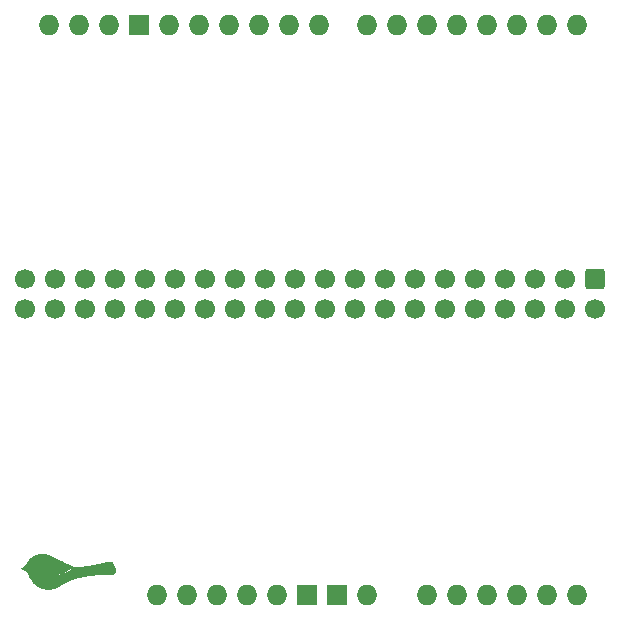
<source format=gbr>
%TF.GenerationSoftware,KiCad,Pcbnew,9.0.7*%
%TF.CreationDate,2026-01-06T14:06:23-08:00*%
%TF.ProjectId,uno2pi,756e6f32-7069-42e6-9b69-6361645f7063,rev?*%
%TF.SameCoordinates,Original*%
%TF.FileFunction,Soldermask,Top*%
%TF.FilePolarity,Negative*%
%FSLAX46Y46*%
G04 Gerber Fmt 4.6, Leading zero omitted, Abs format (unit mm)*
G04 Created by KiCad (PCBNEW 9.0.7) date 2026-01-06 14:06:23*
%MOMM*%
%LPD*%
G01*
G04 APERTURE LIST*
G04 Aperture macros list*
%AMRoundRect*
0 Rectangle with rounded corners*
0 $1 Rounding radius*
0 $2 $3 $4 $5 $6 $7 $8 $9 X,Y pos of 4 corners*
0 Add a 4 corners polygon primitive as box body*
4,1,4,$2,$3,$4,$5,$6,$7,$8,$9,$2,$3,0*
0 Add four circle primitives for the rounded corners*
1,1,$1+$1,$2,$3*
1,1,$1+$1,$4,$5*
1,1,$1+$1,$6,$7*
1,1,$1+$1,$8,$9*
0 Add four rect primitives between the rounded corners*
20,1,$1+$1,$2,$3,$4,$5,0*
20,1,$1+$1,$4,$5,$6,$7,0*
20,1,$1+$1,$6,$7,$8,$9,0*
20,1,$1+$1,$8,$9,$2,$3,0*%
G04 Aperture macros list end*
%ADD10C,0.010000*%
%ADD11O,1.727200X1.727200*%
%ADD12R,1.727200X1.727200*%
%ADD13RoundRect,0.250000X-0.600000X0.600000X-0.600000X-0.600000X0.600000X-0.600000X0.600000X0.600000X0*%
%ADD14C,1.700000*%
G04 APERTURE END LIST*
D10*
%TO.C,G\u002A\u002A\u002A*%
X138252231Y-145512903D02*
X138290066Y-145514678D01*
X138325963Y-145517750D01*
X138361612Y-145522251D01*
X138398699Y-145528312D01*
X138423737Y-145533026D01*
X138460705Y-145540673D01*
X138495970Y-145548856D01*
X138530578Y-145557908D01*
X138565576Y-145568164D01*
X138602009Y-145579956D01*
X138640922Y-145593618D01*
X138683361Y-145609484D01*
X138730373Y-145627888D01*
X138765937Y-145642206D01*
X138813158Y-145661605D01*
X138861098Y-145681743D01*
X138910159Y-145702811D01*
X138960747Y-145724999D01*
X139013266Y-145748495D01*
X139068121Y-145773489D01*
X139125714Y-145800172D01*
X139186451Y-145828732D01*
X139250736Y-145859359D01*
X139318973Y-145892242D01*
X139391565Y-145927572D01*
X139468919Y-145965537D01*
X139551436Y-146006328D01*
X139639523Y-146050133D01*
X139697285Y-146078977D01*
X139778999Y-146119764D01*
X139854932Y-146157498D01*
X139925558Y-146192396D01*
X139991349Y-146224675D01*
X140052777Y-146254552D01*
X140110315Y-146282244D01*
X140164435Y-146307967D01*
X140215609Y-146331938D01*
X140264311Y-146354375D01*
X140311011Y-146375495D01*
X140356182Y-146395514D01*
X140400297Y-146414648D01*
X140443829Y-146433116D01*
X140487249Y-146451134D01*
X140531029Y-146468919D01*
X140575643Y-146486688D01*
X140621563Y-146504657D01*
X140638742Y-146511309D01*
X140662724Y-146520593D01*
X140684988Y-146529255D01*
X140704548Y-146536909D01*
X140720419Y-146543166D01*
X140731614Y-146547640D01*
X140736984Y-146549870D01*
X140747032Y-146554373D01*
X140731898Y-146573649D01*
X140720089Y-146587702D01*
X140704120Y-146605282D01*
X140685121Y-146625249D01*
X140664223Y-146646463D01*
X140642557Y-146667786D01*
X140621255Y-146688077D01*
X140601446Y-146706197D01*
X140592881Y-146713720D01*
X140517302Y-146774839D01*
X140435552Y-146833038D01*
X140347947Y-146888175D01*
X140254801Y-146940106D01*
X140156431Y-146988686D01*
X140053152Y-147033773D01*
X139945279Y-147075222D01*
X139833128Y-147112891D01*
X139717014Y-147146635D01*
X139597254Y-147176310D01*
X139557478Y-147185081D01*
X139498453Y-147197367D01*
X139444614Y-147207813D01*
X139394405Y-147216677D01*
X139346274Y-147224213D01*
X139298669Y-147230677D01*
X139250035Y-147236326D01*
X139239978Y-147237388D01*
X139219932Y-147238985D01*
X139194712Y-147240238D01*
X139165639Y-147241148D01*
X139134033Y-147241713D01*
X139101214Y-147241934D01*
X139068503Y-147241811D01*
X139037220Y-147241343D01*
X139008685Y-147240530D01*
X138984219Y-147239372D01*
X138965141Y-147237869D01*
X138961283Y-147237429D01*
X138890787Y-147226159D01*
X138825868Y-147210577D01*
X138766514Y-147190675D01*
X138712711Y-147166442D01*
X138664446Y-147137871D01*
X138621706Y-147104952D01*
X138584475Y-147067675D01*
X138552742Y-147026033D01*
X138526492Y-146980016D01*
X138507014Y-146933356D01*
X138497764Y-146905136D01*
X138491150Y-146879590D01*
X138486811Y-146854470D01*
X138484389Y-146827526D01*
X138483523Y-146796510D01*
X138483511Y-146786490D01*
X138483706Y-146729583D01*
X138460741Y-146727230D01*
X138437777Y-146724878D01*
X138388019Y-146758810D01*
X138388461Y-146808159D01*
X138392446Y-146866390D01*
X138403227Y-146923141D01*
X138420627Y-146977995D01*
X138444467Y-147030532D01*
X138474569Y-147080336D01*
X138510754Y-147126988D01*
X138535974Y-147153955D01*
X138576610Y-147190800D01*
X138620340Y-147223171D01*
X138667672Y-147251291D01*
X138719111Y-147275384D01*
X138775166Y-147295673D01*
X138836343Y-147312384D01*
X138903148Y-147325738D01*
X138936589Y-147330913D01*
X138957655Y-147333189D01*
X138984503Y-147334985D01*
X139015875Y-147336300D01*
X139050515Y-147337134D01*
X139087166Y-147337488D01*
X139124569Y-147337362D01*
X139161469Y-147336756D01*
X139196607Y-147335670D01*
X139228726Y-147334103D01*
X139256570Y-147332057D01*
X139268200Y-147330888D01*
X139382447Y-147315715D01*
X139497579Y-147295855D01*
X139612724Y-147271570D01*
X139727009Y-147243121D01*
X139839559Y-147210769D01*
X139949503Y-147174775D01*
X140055966Y-147135400D01*
X140158076Y-147092906D01*
X140254960Y-147047554D01*
X140309808Y-147019298D01*
X140392918Y-146972551D01*
X140471858Y-146923431D01*
X140546181Y-146872287D01*
X140615441Y-146819468D01*
X140679193Y-146765322D01*
X140736991Y-146710197D01*
X140788388Y-146654443D01*
X140810080Y-146628280D01*
X140824789Y-146610372D01*
X140835847Y-146598059D01*
X140843521Y-146591067D01*
X140848078Y-146589122D01*
X140848306Y-146589173D01*
X140862882Y-146592812D01*
X140883329Y-146596939D01*
X140908496Y-146601388D01*
X140937229Y-146605993D01*
X140968374Y-146610587D01*
X141000779Y-146615004D01*
X141033291Y-146619076D01*
X141064756Y-146622637D01*
X141094021Y-146625520D01*
X141107936Y-146626693D01*
X141138196Y-146628430D01*
X141171709Y-146629111D01*
X141208921Y-146628709D01*
X141250275Y-146627198D01*
X141296217Y-146624550D01*
X141347191Y-146620738D01*
X141403641Y-146615737D01*
X141466012Y-146609519D01*
X141534748Y-146602056D01*
X141555964Y-146599653D01*
X141653896Y-146587839D01*
X141758310Y-146574053D01*
X141868926Y-146558344D01*
X141985467Y-146540762D01*
X142107654Y-146521359D01*
X142235211Y-146500186D01*
X142367857Y-146477292D01*
X142505317Y-146452728D01*
X142647310Y-146426546D01*
X142793560Y-146398795D01*
X142943788Y-146369527D01*
X143097717Y-146338791D01*
X143255067Y-146306640D01*
X143415561Y-146273122D01*
X143578921Y-146238289D01*
X143744869Y-146202192D01*
X143773172Y-146195966D01*
X143804705Y-146189068D01*
X143834773Y-146182587D01*
X143862526Y-146176699D01*
X143887113Y-146171580D01*
X143907684Y-146167407D01*
X143923386Y-146164356D01*
X143933370Y-146162604D01*
X143935450Y-146162320D01*
X143962829Y-146162403D01*
X143991797Y-146167998D01*
X144020537Y-146178440D01*
X144047232Y-146193063D01*
X144070063Y-146211200D01*
X144070777Y-146211897D01*
X144081534Y-146224258D01*
X144094759Y-146242384D01*
X144110073Y-146265582D01*
X144127098Y-146293162D01*
X144145453Y-146324433D01*
X144164762Y-146358702D01*
X144184644Y-146395279D01*
X144204721Y-146433471D01*
X144224615Y-146472589D01*
X144243947Y-146511939D01*
X144262337Y-146550831D01*
X144279408Y-146588574D01*
X144288138Y-146608688D01*
X144315618Y-146677628D01*
X144337495Y-146742553D01*
X144353764Y-146803431D01*
X144364420Y-146860228D01*
X144369458Y-146912912D01*
X144368874Y-146961450D01*
X144362662Y-147005808D01*
X144351503Y-147044155D01*
X144341921Y-147064417D01*
X144328358Y-147086330D01*
X144312559Y-147107428D01*
X144296272Y-147125241D01*
X144290289Y-147130660D01*
X144274900Y-147142571D01*
X144258281Y-147153087D01*
X144239889Y-147162318D01*
X144219178Y-147170374D01*
X144195606Y-147177365D01*
X144168627Y-147183402D01*
X144137698Y-147188594D01*
X144102274Y-147193052D01*
X144061812Y-147196886D01*
X144015767Y-147200205D01*
X143963596Y-147203121D01*
X143923103Y-147204982D01*
X143903332Y-147205761D01*
X143877504Y-147206676D01*
X143846616Y-147207697D01*
X143811664Y-147208794D01*
X143773646Y-147209937D01*
X143733557Y-147211094D01*
X143692395Y-147212237D01*
X143651156Y-147213334D01*
X143630297Y-147213870D01*
X143524332Y-147216665D01*
X143424823Y-147219528D01*
X143331171Y-147222488D01*
X143242776Y-147225574D01*
X143159040Y-147228816D01*
X143079362Y-147232244D01*
X143003144Y-147235886D01*
X142929787Y-147239772D01*
X142858691Y-147243932D01*
X142789256Y-147248395D01*
X142720883Y-147253190D01*
X142652974Y-147258348D01*
X142584929Y-147263896D01*
X142549033Y-147266968D01*
X142396625Y-147281284D01*
X142250116Y-147297301D01*
X142108514Y-147315226D01*
X141970829Y-147335262D01*
X141836069Y-147357613D01*
X141703242Y-147382486D01*
X141571356Y-147410083D01*
X141439421Y-147440611D01*
X141306444Y-147474273D01*
X141171434Y-147511274D01*
X141033399Y-147551818D01*
X140891349Y-147596111D01*
X140783381Y-147631316D01*
X140726729Y-147650215D01*
X140674301Y-147667981D01*
X140625524Y-147684879D01*
X140579827Y-147701177D01*
X140536637Y-147717140D01*
X140495384Y-147733035D01*
X140455495Y-147749127D01*
X140416399Y-147765684D01*
X140377525Y-147782970D01*
X140338299Y-147801252D01*
X140298152Y-147820797D01*
X140256510Y-147841871D01*
X140212802Y-147864739D01*
X140166457Y-147889669D01*
X140116903Y-147916925D01*
X140063568Y-147946775D01*
X140005880Y-147979484D01*
X139943268Y-148015319D01*
X139878506Y-148052615D01*
X139828313Y-148081543D01*
X139783543Y-148107250D01*
X139743539Y-148130098D01*
X139707645Y-148150448D01*
X139675206Y-148168663D01*
X139645565Y-148185103D01*
X139618066Y-148200130D01*
X139592053Y-148214107D01*
X139566870Y-148227394D01*
X139541862Y-148240354D01*
X139516372Y-148253349D01*
X139493978Y-148264620D01*
X139428661Y-148296541D01*
X139367874Y-148324502D01*
X139310569Y-148348864D01*
X139255701Y-148369988D01*
X139202222Y-148388236D01*
X139149085Y-148403969D01*
X139095243Y-148417548D01*
X139039649Y-148429337D01*
X138992175Y-148437894D01*
X138932899Y-148447275D01*
X138878314Y-148454649D01*
X138826396Y-148460177D01*
X138775126Y-148464023D01*
X138722479Y-148466350D01*
X138666434Y-148467322D01*
X138627908Y-148467309D01*
X138601320Y-148467109D01*
X138576276Y-148466851D01*
X138553870Y-148466551D01*
X138535197Y-148466226D01*
X138521349Y-148465892D01*
X138513423Y-148465567D01*
X138513256Y-148465555D01*
X138422209Y-148456540D01*
X138332400Y-148442896D01*
X138244685Y-148424842D01*
X138159918Y-148402598D01*
X138078956Y-148376383D01*
X138002655Y-148346419D01*
X137944991Y-148319617D01*
X137859157Y-148272719D01*
X137775530Y-148219177D01*
X137694188Y-148159073D01*
X137615206Y-148092490D01*
X137538661Y-148019508D01*
X137464629Y-147940211D01*
X137393185Y-147854679D01*
X137324407Y-147762996D01*
X137258371Y-147665242D01*
X137195152Y-147561501D01*
X137134827Y-147451853D01*
X137130500Y-147443546D01*
X137093493Y-147368534D01*
X137058979Y-147290789D01*
X137026600Y-147209380D01*
X136995998Y-147123374D01*
X136966812Y-147031839D01*
X136950310Y-146975558D01*
X136942743Y-146948969D01*
X136697006Y-146849844D01*
X136657529Y-146833869D01*
X136620013Y-146818591D01*
X136584966Y-146804222D01*
X136552894Y-146790973D01*
X136524302Y-146779057D01*
X136499698Y-146768687D01*
X136479588Y-146760074D01*
X136464478Y-146753430D01*
X136454874Y-146748968D01*
X136451283Y-146746901D01*
X136451269Y-146746855D01*
X136453844Y-146743978D01*
X136461315Y-146736765D01*
X136473298Y-146725562D01*
X136489413Y-146710717D01*
X136509278Y-146692576D01*
X136532510Y-146671486D01*
X136558729Y-146647794D01*
X136587551Y-146621848D01*
X136618595Y-146593993D01*
X136651480Y-146564578D01*
X136677047Y-146541766D01*
X136902825Y-146340541D01*
X136917203Y-146300822D01*
X136945538Y-146230748D01*
X136978786Y-146163845D01*
X137017352Y-146099507D01*
X137061645Y-146037124D01*
X137112070Y-145976087D01*
X137169035Y-145915790D01*
X137185424Y-145899717D01*
X137252738Y-145839539D01*
X137325330Y-145783859D01*
X137402934Y-145732810D01*
X137485286Y-145686522D01*
X137572121Y-145645130D01*
X137663174Y-145608764D01*
X137758179Y-145577558D01*
X137856871Y-145551642D01*
X137902950Y-145541634D01*
X137947347Y-145532997D01*
X137987069Y-145526227D01*
X138024179Y-145521095D01*
X138060740Y-145517372D01*
X138098814Y-145514829D01*
X138140465Y-145513239D01*
X138164006Y-145512716D01*
X138210774Y-145512293D01*
X138252231Y-145512903D01*
G36*
X138252231Y-145512903D02*
G01*
X138290066Y-145514678D01*
X138325963Y-145517750D01*
X138361612Y-145522251D01*
X138398699Y-145528312D01*
X138423737Y-145533026D01*
X138460705Y-145540673D01*
X138495970Y-145548856D01*
X138530578Y-145557908D01*
X138565576Y-145568164D01*
X138602009Y-145579956D01*
X138640922Y-145593618D01*
X138683361Y-145609484D01*
X138730373Y-145627888D01*
X138765937Y-145642206D01*
X138813158Y-145661605D01*
X138861098Y-145681743D01*
X138910159Y-145702811D01*
X138960747Y-145724999D01*
X139013266Y-145748495D01*
X139068121Y-145773489D01*
X139125714Y-145800172D01*
X139186451Y-145828732D01*
X139250736Y-145859359D01*
X139318973Y-145892242D01*
X139391565Y-145927572D01*
X139468919Y-145965537D01*
X139551436Y-146006328D01*
X139639523Y-146050133D01*
X139697285Y-146078977D01*
X139778999Y-146119764D01*
X139854932Y-146157498D01*
X139925558Y-146192396D01*
X139991349Y-146224675D01*
X140052777Y-146254552D01*
X140110315Y-146282244D01*
X140164435Y-146307967D01*
X140215609Y-146331938D01*
X140264311Y-146354375D01*
X140311011Y-146375495D01*
X140356182Y-146395514D01*
X140400297Y-146414648D01*
X140443829Y-146433116D01*
X140487249Y-146451134D01*
X140531029Y-146468919D01*
X140575643Y-146486688D01*
X140621563Y-146504657D01*
X140638742Y-146511309D01*
X140662724Y-146520593D01*
X140684988Y-146529255D01*
X140704548Y-146536909D01*
X140720419Y-146543166D01*
X140731614Y-146547640D01*
X140736984Y-146549870D01*
X140747032Y-146554373D01*
X140731898Y-146573649D01*
X140720089Y-146587702D01*
X140704120Y-146605282D01*
X140685121Y-146625249D01*
X140664223Y-146646463D01*
X140642557Y-146667786D01*
X140621255Y-146688077D01*
X140601446Y-146706197D01*
X140592881Y-146713720D01*
X140517302Y-146774839D01*
X140435552Y-146833038D01*
X140347947Y-146888175D01*
X140254801Y-146940106D01*
X140156431Y-146988686D01*
X140053152Y-147033773D01*
X139945279Y-147075222D01*
X139833128Y-147112891D01*
X139717014Y-147146635D01*
X139597254Y-147176310D01*
X139557478Y-147185081D01*
X139498453Y-147197367D01*
X139444614Y-147207813D01*
X139394405Y-147216677D01*
X139346274Y-147224213D01*
X139298669Y-147230677D01*
X139250035Y-147236326D01*
X139239978Y-147237388D01*
X139219932Y-147238985D01*
X139194712Y-147240238D01*
X139165639Y-147241148D01*
X139134033Y-147241713D01*
X139101214Y-147241934D01*
X139068503Y-147241811D01*
X139037220Y-147241343D01*
X139008685Y-147240530D01*
X138984219Y-147239372D01*
X138965141Y-147237869D01*
X138961283Y-147237429D01*
X138890787Y-147226159D01*
X138825868Y-147210577D01*
X138766514Y-147190675D01*
X138712711Y-147166442D01*
X138664446Y-147137871D01*
X138621706Y-147104952D01*
X138584475Y-147067675D01*
X138552742Y-147026033D01*
X138526492Y-146980016D01*
X138507014Y-146933356D01*
X138497764Y-146905136D01*
X138491150Y-146879590D01*
X138486811Y-146854470D01*
X138484389Y-146827526D01*
X138483523Y-146796510D01*
X138483511Y-146786490D01*
X138483706Y-146729583D01*
X138460741Y-146727230D01*
X138437777Y-146724878D01*
X138388019Y-146758810D01*
X138388461Y-146808159D01*
X138392446Y-146866390D01*
X138403227Y-146923141D01*
X138420627Y-146977995D01*
X138444467Y-147030532D01*
X138474569Y-147080336D01*
X138510754Y-147126988D01*
X138535974Y-147153955D01*
X138576610Y-147190800D01*
X138620340Y-147223171D01*
X138667672Y-147251291D01*
X138719111Y-147275384D01*
X138775166Y-147295673D01*
X138836343Y-147312384D01*
X138903148Y-147325738D01*
X138936589Y-147330913D01*
X138957655Y-147333189D01*
X138984503Y-147334985D01*
X139015875Y-147336300D01*
X139050515Y-147337134D01*
X139087166Y-147337488D01*
X139124569Y-147337362D01*
X139161469Y-147336756D01*
X139196607Y-147335670D01*
X139228726Y-147334103D01*
X139256570Y-147332057D01*
X139268200Y-147330888D01*
X139382447Y-147315715D01*
X139497579Y-147295855D01*
X139612724Y-147271570D01*
X139727009Y-147243121D01*
X139839559Y-147210769D01*
X139949503Y-147174775D01*
X140055966Y-147135400D01*
X140158076Y-147092906D01*
X140254960Y-147047554D01*
X140309808Y-147019298D01*
X140392918Y-146972551D01*
X140471858Y-146923431D01*
X140546181Y-146872287D01*
X140615441Y-146819468D01*
X140679193Y-146765322D01*
X140736991Y-146710197D01*
X140788388Y-146654443D01*
X140810080Y-146628280D01*
X140824789Y-146610372D01*
X140835847Y-146598059D01*
X140843521Y-146591067D01*
X140848078Y-146589122D01*
X140848306Y-146589173D01*
X140862882Y-146592812D01*
X140883329Y-146596939D01*
X140908496Y-146601388D01*
X140937229Y-146605993D01*
X140968374Y-146610587D01*
X141000779Y-146615004D01*
X141033291Y-146619076D01*
X141064756Y-146622637D01*
X141094021Y-146625520D01*
X141107936Y-146626693D01*
X141138196Y-146628430D01*
X141171709Y-146629111D01*
X141208921Y-146628709D01*
X141250275Y-146627198D01*
X141296217Y-146624550D01*
X141347191Y-146620738D01*
X141403641Y-146615737D01*
X141466012Y-146609519D01*
X141534748Y-146602056D01*
X141555964Y-146599653D01*
X141653896Y-146587839D01*
X141758310Y-146574053D01*
X141868926Y-146558344D01*
X141985467Y-146540762D01*
X142107654Y-146521359D01*
X142235211Y-146500186D01*
X142367857Y-146477292D01*
X142505317Y-146452728D01*
X142647310Y-146426546D01*
X142793560Y-146398795D01*
X142943788Y-146369527D01*
X143097717Y-146338791D01*
X143255067Y-146306640D01*
X143415561Y-146273122D01*
X143578921Y-146238289D01*
X143744869Y-146202192D01*
X143773172Y-146195966D01*
X143804705Y-146189068D01*
X143834773Y-146182587D01*
X143862526Y-146176699D01*
X143887113Y-146171580D01*
X143907684Y-146167407D01*
X143923386Y-146164356D01*
X143933370Y-146162604D01*
X143935450Y-146162320D01*
X143962829Y-146162403D01*
X143991797Y-146167998D01*
X144020537Y-146178440D01*
X144047232Y-146193063D01*
X144070063Y-146211200D01*
X144070777Y-146211897D01*
X144081534Y-146224258D01*
X144094759Y-146242384D01*
X144110073Y-146265582D01*
X144127098Y-146293162D01*
X144145453Y-146324433D01*
X144164762Y-146358702D01*
X144184644Y-146395279D01*
X144204721Y-146433471D01*
X144224615Y-146472589D01*
X144243947Y-146511939D01*
X144262337Y-146550831D01*
X144279408Y-146588574D01*
X144288138Y-146608688D01*
X144315618Y-146677628D01*
X144337495Y-146742553D01*
X144353764Y-146803431D01*
X144364420Y-146860228D01*
X144369458Y-146912912D01*
X144368874Y-146961450D01*
X144362662Y-147005808D01*
X144351503Y-147044155D01*
X144341921Y-147064417D01*
X144328358Y-147086330D01*
X144312559Y-147107428D01*
X144296272Y-147125241D01*
X144290289Y-147130660D01*
X144274900Y-147142571D01*
X144258281Y-147153087D01*
X144239889Y-147162318D01*
X144219178Y-147170374D01*
X144195606Y-147177365D01*
X144168627Y-147183402D01*
X144137698Y-147188594D01*
X144102274Y-147193052D01*
X144061812Y-147196886D01*
X144015767Y-147200205D01*
X143963596Y-147203121D01*
X143923103Y-147204982D01*
X143903332Y-147205761D01*
X143877504Y-147206676D01*
X143846616Y-147207697D01*
X143811664Y-147208794D01*
X143773646Y-147209937D01*
X143733557Y-147211094D01*
X143692395Y-147212237D01*
X143651156Y-147213334D01*
X143630297Y-147213870D01*
X143524332Y-147216665D01*
X143424823Y-147219528D01*
X143331171Y-147222488D01*
X143242776Y-147225574D01*
X143159040Y-147228816D01*
X143079362Y-147232244D01*
X143003144Y-147235886D01*
X142929787Y-147239772D01*
X142858691Y-147243932D01*
X142789256Y-147248395D01*
X142720883Y-147253190D01*
X142652974Y-147258348D01*
X142584929Y-147263896D01*
X142549033Y-147266968D01*
X142396625Y-147281284D01*
X142250116Y-147297301D01*
X142108514Y-147315226D01*
X141970829Y-147335262D01*
X141836069Y-147357613D01*
X141703242Y-147382486D01*
X141571356Y-147410083D01*
X141439421Y-147440611D01*
X141306444Y-147474273D01*
X141171434Y-147511274D01*
X141033399Y-147551818D01*
X140891349Y-147596111D01*
X140783381Y-147631316D01*
X140726729Y-147650215D01*
X140674301Y-147667981D01*
X140625524Y-147684879D01*
X140579827Y-147701177D01*
X140536637Y-147717140D01*
X140495384Y-147733035D01*
X140455495Y-147749127D01*
X140416399Y-147765684D01*
X140377525Y-147782970D01*
X140338299Y-147801252D01*
X140298152Y-147820797D01*
X140256510Y-147841871D01*
X140212802Y-147864739D01*
X140166457Y-147889669D01*
X140116903Y-147916925D01*
X140063568Y-147946775D01*
X140005880Y-147979484D01*
X139943268Y-148015319D01*
X139878506Y-148052615D01*
X139828313Y-148081543D01*
X139783543Y-148107250D01*
X139743539Y-148130098D01*
X139707645Y-148150448D01*
X139675206Y-148168663D01*
X139645565Y-148185103D01*
X139618066Y-148200130D01*
X139592053Y-148214107D01*
X139566870Y-148227394D01*
X139541862Y-148240354D01*
X139516372Y-148253349D01*
X139493978Y-148264620D01*
X139428661Y-148296541D01*
X139367874Y-148324502D01*
X139310569Y-148348864D01*
X139255701Y-148369988D01*
X139202222Y-148388236D01*
X139149085Y-148403969D01*
X139095243Y-148417548D01*
X139039649Y-148429337D01*
X138992175Y-148437894D01*
X138932899Y-148447275D01*
X138878314Y-148454649D01*
X138826396Y-148460177D01*
X138775126Y-148464023D01*
X138722479Y-148466350D01*
X138666434Y-148467322D01*
X138627908Y-148467309D01*
X138601320Y-148467109D01*
X138576276Y-148466851D01*
X138553870Y-148466551D01*
X138535197Y-148466226D01*
X138521349Y-148465892D01*
X138513423Y-148465567D01*
X138513256Y-148465555D01*
X138422209Y-148456540D01*
X138332400Y-148442896D01*
X138244685Y-148424842D01*
X138159918Y-148402598D01*
X138078956Y-148376383D01*
X138002655Y-148346419D01*
X137944991Y-148319617D01*
X137859157Y-148272719D01*
X137775530Y-148219177D01*
X137694188Y-148159073D01*
X137615206Y-148092490D01*
X137538661Y-148019508D01*
X137464629Y-147940211D01*
X137393185Y-147854679D01*
X137324407Y-147762996D01*
X137258371Y-147665242D01*
X137195152Y-147561501D01*
X137134827Y-147451853D01*
X137130500Y-147443546D01*
X137093493Y-147368534D01*
X137058979Y-147290789D01*
X137026600Y-147209380D01*
X136995998Y-147123374D01*
X136966812Y-147031839D01*
X136950310Y-146975558D01*
X136942743Y-146948969D01*
X136697006Y-146849844D01*
X136657529Y-146833869D01*
X136620013Y-146818591D01*
X136584966Y-146804222D01*
X136552894Y-146790973D01*
X136524302Y-146779057D01*
X136499698Y-146768687D01*
X136479588Y-146760074D01*
X136464478Y-146753430D01*
X136454874Y-146748968D01*
X136451283Y-146746901D01*
X136451269Y-146746855D01*
X136453844Y-146743978D01*
X136461315Y-146736765D01*
X136473298Y-146725562D01*
X136489413Y-146710717D01*
X136509278Y-146692576D01*
X136532510Y-146671486D01*
X136558729Y-146647794D01*
X136587551Y-146621848D01*
X136618595Y-146593993D01*
X136651480Y-146564578D01*
X136677047Y-146541766D01*
X136902825Y-146340541D01*
X136917203Y-146300822D01*
X136945538Y-146230748D01*
X136978786Y-146163845D01*
X137017352Y-146099507D01*
X137061645Y-146037124D01*
X137112070Y-145976087D01*
X137169035Y-145915790D01*
X137185424Y-145899717D01*
X137252738Y-145839539D01*
X137325330Y-145783859D01*
X137402934Y-145732810D01*
X137485286Y-145686522D01*
X137572121Y-145645130D01*
X137663174Y-145608764D01*
X137758179Y-145577558D01*
X137856871Y-145551642D01*
X137902950Y-145541634D01*
X137947347Y-145532997D01*
X137987069Y-145526227D01*
X138024179Y-145521095D01*
X138060740Y-145517372D01*
X138098814Y-145514829D01*
X138140465Y-145513239D01*
X138164006Y-145512716D01*
X138210774Y-145512293D01*
X138252231Y-145512903D01*
G37*
%TD*%
D11*
%TO.C,A1*%
X147940000Y-149000000D03*
X155560000Y-149000000D03*
X158100000Y-149000000D03*
X170800000Y-149000000D03*
X173340000Y-149000000D03*
X175880000Y-149000000D03*
X178420000Y-149000000D03*
X180960000Y-149000000D03*
X183500000Y-149000000D03*
X143876000Y-100740000D03*
X183500000Y-100740000D03*
X180960000Y-100740000D03*
X178420000Y-100740000D03*
X175880000Y-100740000D03*
X173340000Y-100740000D03*
X170800000Y-100740000D03*
X168260000Y-100740000D03*
X165720000Y-100740000D03*
X161656000Y-100740000D03*
X159116000Y-100740000D03*
X156576000Y-100740000D03*
X154036000Y-100740000D03*
X151496000Y-100740000D03*
X148956000Y-100740000D03*
D12*
X146416000Y-100740000D03*
X160640000Y-149000000D03*
X163180000Y-149000000D03*
D11*
X150480000Y-149000000D03*
X153020000Y-149000000D03*
X138796000Y-100740000D03*
X141336000Y-100740000D03*
X165720000Y-149000000D03*
%TD*%
D13*
%TO.C,J1*%
X185000000Y-122210000D03*
D14*
X185000000Y-124750000D03*
X182460000Y-122210000D03*
X182460000Y-124750000D03*
X179920000Y-122210000D03*
X179920000Y-124750000D03*
X177380000Y-122210000D03*
X177380000Y-124750000D03*
X174840000Y-122210000D03*
X174840000Y-124750000D03*
X172300000Y-122210000D03*
X172300000Y-124750000D03*
X169760000Y-122210000D03*
X169760000Y-124750000D03*
X167220000Y-122210000D03*
X167220000Y-124750000D03*
X164680000Y-122210000D03*
X164680000Y-124750000D03*
X162140000Y-122210000D03*
X162140000Y-124750000D03*
X159600000Y-122210000D03*
X159600000Y-124750000D03*
X157060000Y-122210000D03*
X157060000Y-124750000D03*
X154520000Y-122210000D03*
X154520000Y-124750000D03*
X151980000Y-122210000D03*
X151980000Y-124750000D03*
X149440000Y-122210000D03*
X149440000Y-124750000D03*
X146900000Y-122210000D03*
X146900000Y-124750000D03*
X144360000Y-122210000D03*
X144360000Y-124750000D03*
X141820000Y-122210000D03*
X141820000Y-124750000D03*
X139280000Y-122210000D03*
X139280000Y-124750000D03*
X136740000Y-122210000D03*
X136740000Y-124750000D03*
%TD*%
M02*

</source>
